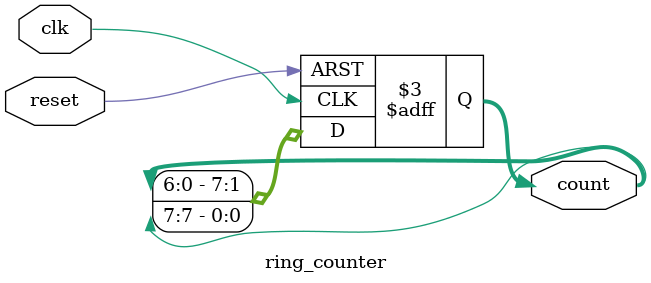
<source format=v>
module ring_counter(
    output reg[7:0] count,
    input clk, reset
);

always @(posedge clk, negedge reset) begin
    if (~reset) begin
        count <= 8'b11011101;
    end
    else begin
        count[0] <= count[7];
        count[1] <= count[0];
        count[2] <= count[1];
        count[3] <= count[2];
        count[4] <= count[3];
        count[5] <= count[4];
        count[6] <= count[5];
        count[7] <= count[6];
    end
end
endmodule
</source>
